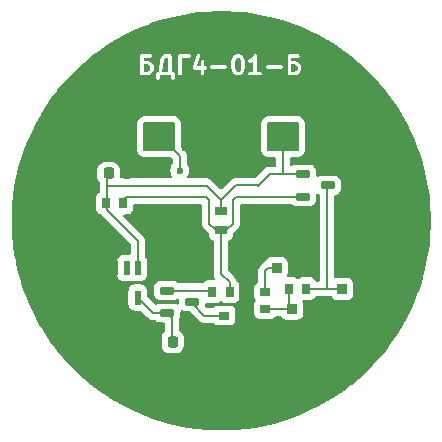
<source format=gbr>
%TF.GenerationSoftware,KiCad,Pcbnew,9.0.4*%
%TF.CreationDate,2025-09-10T15:34:59+03:00*%
%TF.ProjectId,sipm_board,7369706d-5f62-46f6-9172-642e6b696361,0.2.3*%
%TF.SameCoordinates,Original*%
%TF.FileFunction,Copper,L1,Top*%
%TF.FilePolarity,Positive*%
%FSLAX46Y46*%
G04 Gerber Fmt 4.6, Leading zero omitted, Abs format (unit mm)*
G04 Created by KiCad (PCBNEW 9.0.4) date 2025-09-10 15:34:59*
%MOMM*%
%LPD*%
G01*
G04 APERTURE LIST*
G04 Aperture macros list*
%AMRoundRect*
0 Rectangle with rounded corners*
0 $1 Rounding radius*
0 $2 $3 $4 $5 $6 $7 $8 $9 X,Y pos of 4 corners*
0 Add a 4 corners polygon primitive as box body*
4,1,4,$2,$3,$4,$5,$6,$7,$8,$9,$2,$3,0*
0 Add four circle primitives for the rounded corners*
1,1,$1+$1,$2,$3*
1,1,$1+$1,$4,$5*
1,1,$1+$1,$6,$7*
1,1,$1+$1,$8,$9*
0 Add four rect primitives between the rounded corners*
20,1,$1+$1,$2,$3,$4,$5,0*
20,1,$1+$1,$4,$5,$6,$7,0*
20,1,$1+$1,$6,$7,$8,$9,0*
20,1,$1+$1,$8,$9,$2,$3,0*%
G04 Aperture macros list end*
%TA.AperFunction,Conductor*%
%ADD10C,0.200000*%
%TD*%
%ADD11C,0.300000*%
%TA.AperFunction,SMDPad,CuDef*%
%ADD12RoundRect,0.225000X-0.225000X-0.250000X0.225000X-0.250000X0.225000X0.250000X-0.225000X0.250000X0*%
%TD*%
%TA.AperFunction,SMDPad,CuDef*%
%ADD13R,0.650000X0.900000*%
%TD*%
%TA.AperFunction,SMDPad,CuDef*%
%ADD14R,0.900000X0.650000*%
%TD*%
%TA.AperFunction,SMDPad,CuDef*%
%ADD15RoundRect,0.108750X0.326250X0.356250X-0.326250X0.356250X-0.326250X-0.356250X0.326250X-0.356250X0*%
%TD*%
%TA.AperFunction,SMDPad,CuDef*%
%ADD16RoundRect,0.075000X-0.540000X-0.225000X0.540000X-0.225000X0.540000X0.225000X-0.540000X0.225000X0*%
%TD*%
%TA.AperFunction,SMDPad,CuDef*%
%ADD17RoundRect,0.108750X0.356250X-0.326250X0.356250X0.326250X-0.356250X0.326250X-0.356250X-0.326250X0*%
%TD*%
%TA.AperFunction,SMDPad,CuDef*%
%ADD18RoundRect,0.108750X-0.356250X0.326250X-0.356250X-0.326250X0.356250X-0.326250X0.356250X0.326250X0*%
%TD*%
%TA.AperFunction,SMDPad,CuDef*%
%ADD19R,1.000000X0.800000*%
%TD*%
%TA.AperFunction,SMDPad,CuDef*%
%ADD20RoundRect,0.073750X-0.221250X0.531250X-0.221250X-0.531250X0.221250X-0.531250X0.221250X0.531250X0*%
%TD*%
%TA.AperFunction,ViaPad*%
%ADD21C,1.000000*%
%TD*%
%TA.AperFunction,ViaPad*%
%ADD22C,0.600000*%
%TD*%
G04 APERTURE END LIST*
%TO.N,GND1*%
D10*
X147250000Y-91500000D02*
X149750000Y-91500000D01*
X149750000Y-93750000D01*
X147250000Y-93750000D01*
X147250000Y-91500000D01*
%TA.AperFunction,Conductor*%
G36*
X147250000Y-91500000D02*
G01*
X149750000Y-91500000D01*
X149750000Y-93750000D01*
X147250000Y-93750000D01*
X147250000Y-91500000D01*
G37*
%TD.AperFunction*%
X151250000Y-91500000D02*
X153750000Y-91500000D01*
X153750000Y-93750000D01*
X151250000Y-93750000D01*
X151250000Y-91500000D01*
%TA.AperFunction,Conductor*%
G36*
X151250000Y-91500000D02*
G01*
X153750000Y-91500000D01*
X153750000Y-93750000D01*
X151250000Y-93750000D01*
X151250000Y-91500000D01*
G37*
%TD.AperFunction*%
%TO.N,ANODE_OUT*%
X144000000Y-91500000D02*
X146500000Y-91500000D01*
X146500000Y-93750000D01*
X144000000Y-93750000D01*
X144000000Y-91500000D01*
%TA.AperFunction,Conductor*%
G36*
X144000000Y-91500000D02*
G01*
X146500000Y-91500000D01*
X146500000Y-93750000D01*
X144000000Y-93750000D01*
X144000000Y-91500000D01*
G37*
%TD.AperFunction*%
%TO.N,PS_IN*%
X154500000Y-91500000D02*
X157000000Y-91500000D01*
X157000000Y-93750000D01*
X154500000Y-93750000D01*
X154500000Y-91500000D01*
%TA.AperFunction,Conductor*%
G36*
X154500000Y-91500000D02*
G01*
X157000000Y-91500000D01*
X157000000Y-93750000D01*
X154500000Y-93750000D01*
X154500000Y-91500000D01*
G37*
%TD.AperFunction*%
D11*
G36*
X146011653Y-87150828D02*
G01*
X145544621Y-87150828D01*
X145664701Y-86130140D01*
X145713503Y-86032538D01*
X145750507Y-85995534D01*
X145839920Y-85950828D01*
X146011653Y-85950828D01*
X146011653Y-87150828D01*
G37*
G36*
X144366341Y-86574790D02*
G01*
X144466947Y-86675396D01*
X144511653Y-86764809D01*
X144511653Y-86908275D01*
X144466946Y-86997688D01*
X144366341Y-87098294D01*
X144208739Y-87150828D01*
X143954510Y-87150828D01*
X143954510Y-86522257D01*
X144208739Y-86522257D01*
X144366341Y-86574790D01*
G37*
G36*
X152072800Y-85995535D02*
G01*
X152109804Y-86032539D01*
X152162982Y-86138897D01*
X152225939Y-86390721D01*
X152225939Y-86710935D01*
X152162982Y-86962759D01*
X152109803Y-87069117D01*
X152072798Y-87106122D01*
X151983386Y-87150828D01*
X151911349Y-87150828D01*
X151821935Y-87106121D01*
X151784931Y-87069117D01*
X151731750Y-86962757D01*
X151668796Y-86710936D01*
X151668796Y-86390720D01*
X151731750Y-86138898D01*
X151784931Y-86032538D01*
X151821935Y-85995535D01*
X151911349Y-85950828D01*
X151983386Y-85950828D01*
X152072800Y-85995535D01*
G37*
G36*
X156866340Y-86574790D02*
G01*
X156966946Y-86675396D01*
X157011652Y-86764809D01*
X157011652Y-86908275D01*
X156966945Y-86997688D01*
X156866340Y-87098294D01*
X156708738Y-87150828D01*
X156454509Y-87150828D01*
X156454509Y-86522257D01*
X156708738Y-86522257D01*
X156866340Y-86574790D01*
G37*
G36*
X157478319Y-87971756D02*
G01*
X143487843Y-87971756D01*
X143487843Y-85800828D01*
X143654510Y-85800828D01*
X143654510Y-87300828D01*
X143657392Y-87330092D01*
X143679790Y-87384164D01*
X143721174Y-87425548D01*
X143775246Y-87447946D01*
X143804510Y-87450828D01*
X144233082Y-87450828D01*
X144247887Y-87449369D01*
X144251842Y-87449651D01*
X144257043Y-87448468D01*
X144262346Y-87447946D01*
X144266003Y-87446430D01*
X144280516Y-87443131D01*
X144494802Y-87371703D01*
X144521653Y-87359715D01*
X144525724Y-87356183D01*
X144530704Y-87354121D01*
X144553434Y-87335466D01*
X144588072Y-87300828D01*
X145011653Y-87300828D01*
X145011653Y-87657971D01*
X145014535Y-87687235D01*
X145036933Y-87741307D01*
X145078317Y-87782691D01*
X145132389Y-87805089D01*
X145190917Y-87805089D01*
X145244989Y-87782691D01*
X145286373Y-87741307D01*
X145308771Y-87687235D01*
X145311653Y-87657971D01*
X145311653Y-87450828D01*
X146297368Y-87450828D01*
X146297368Y-87657971D01*
X146300250Y-87687235D01*
X146322648Y-87741307D01*
X146364032Y-87782691D01*
X146418104Y-87805089D01*
X146476632Y-87805089D01*
X146530704Y-87782691D01*
X146572088Y-87741307D01*
X146594486Y-87687235D01*
X146597368Y-87657971D01*
X146597368Y-87300828D01*
X146594486Y-87271564D01*
X146572088Y-87217492D01*
X146530704Y-87176108D01*
X146476632Y-87153710D01*
X146447368Y-87150828D01*
X146311653Y-87150828D01*
X146311653Y-85800828D01*
X146868796Y-85800828D01*
X146868796Y-87300828D01*
X146871678Y-87330092D01*
X146894076Y-87384164D01*
X146935460Y-87425548D01*
X146989532Y-87447946D01*
X147048060Y-87447946D01*
X147102132Y-87425548D01*
X147143516Y-87384164D01*
X147165914Y-87330092D01*
X147168796Y-87300828D01*
X147168796Y-86782067D01*
X148084260Y-86782067D01*
X148085964Y-86806044D01*
X148085964Y-86830092D01*
X148088026Y-86835072D01*
X148088409Y-86840448D01*
X148099161Y-86861952D01*
X148108362Y-86884164D01*
X148112172Y-86887974D01*
X148114583Y-86892795D01*
X148132744Y-86908546D01*
X148149746Y-86925548D01*
X148154725Y-86927610D01*
X148158797Y-86931142D01*
X148181603Y-86938744D01*
X148203818Y-86947946D01*
X148211469Y-86948699D01*
X148214321Y-86949650D01*
X148218270Y-86949369D01*
X148233082Y-86950828D01*
X148797368Y-86950828D01*
X148797368Y-87300828D01*
X148800250Y-87330092D01*
X148822648Y-87384164D01*
X148864032Y-87425548D01*
X148918104Y-87447946D01*
X148976632Y-87447946D01*
X149030704Y-87425548D01*
X149072088Y-87384164D01*
X149094486Y-87330092D01*
X149097368Y-87300828D01*
X149097368Y-86950828D01*
X149161653Y-86950828D01*
X149190917Y-86947946D01*
X149244989Y-86925548D01*
X149286373Y-86884164D01*
X149308771Y-86830092D01*
X149308771Y-86771564D01*
X149286373Y-86717492D01*
X149269017Y-86700136D01*
X149585963Y-86700136D01*
X149585963Y-86758664D01*
X149608361Y-86812736D01*
X149649745Y-86854120D01*
X149703817Y-86876518D01*
X149733081Y-86879400D01*
X150875939Y-86879400D01*
X150905203Y-86876518D01*
X150959275Y-86854120D01*
X151000659Y-86812736D01*
X151023057Y-86758664D01*
X151023057Y-86700136D01*
X151000659Y-86646064D01*
X150959275Y-86604680D01*
X150905203Y-86582282D01*
X150875939Y-86579400D01*
X149733081Y-86579400D01*
X149703817Y-86582282D01*
X149649745Y-86604680D01*
X149608361Y-86646064D01*
X149585963Y-86700136D01*
X149269017Y-86700136D01*
X149244989Y-86676108D01*
X149190917Y-86653710D01*
X149161653Y-86650828D01*
X149097368Y-86650828D01*
X149097368Y-86372257D01*
X151368796Y-86372257D01*
X151368796Y-86729400D01*
X151369298Y-86734503D01*
X151368973Y-86736691D01*
X151370592Y-86747641D01*
X151371678Y-86758664D01*
X151372525Y-86760708D01*
X151373275Y-86765780D01*
X151444703Y-87051494D01*
X151445474Y-87053652D01*
X151445551Y-87054733D01*
X151450209Y-87066907D01*
X151454596Y-87079185D01*
X151455240Y-87080055D01*
X151456060Y-87082196D01*
X151527489Y-87225053D01*
X151535416Y-87237646D01*
X151536932Y-87241306D01*
X151540313Y-87245425D01*
X151543154Y-87249939D01*
X151546147Y-87252535D01*
X151555587Y-87264037D01*
X151627016Y-87335466D01*
X151638520Y-87344907D01*
X151641115Y-87347899D01*
X151645624Y-87350737D01*
X151649747Y-87354121D01*
X151653408Y-87355637D01*
X151666000Y-87363564D01*
X151808858Y-87434992D01*
X151836321Y-87445502D01*
X151841696Y-87445883D01*
X151846675Y-87447946D01*
X151875939Y-87450828D01*
X152018796Y-87450828D01*
X152048060Y-87447946D01*
X152053038Y-87445883D01*
X152058414Y-87445502D01*
X152085878Y-87434992D01*
X152228735Y-87363564D01*
X152241328Y-87355636D01*
X152244988Y-87354121D01*
X152249107Y-87350739D01*
X152253621Y-87347899D01*
X152256217Y-87344905D01*
X152267719Y-87335466D01*
X152339148Y-87264037D01*
X152348589Y-87252532D01*
X152351581Y-87249938D01*
X152354419Y-87245428D01*
X152357803Y-87241306D01*
X152359319Y-87237644D01*
X152367246Y-87225053D01*
X152438674Y-87082195D01*
X152439491Y-87080058D01*
X152440138Y-87079186D01*
X152444527Y-87066899D01*
X152449184Y-87054732D01*
X152449260Y-87053650D01*
X152450031Y-87051495D01*
X152521460Y-86765781D01*
X152522210Y-86760708D01*
X152523057Y-86758664D01*
X152524142Y-86747644D01*
X152525762Y-86736692D01*
X152525436Y-86734503D01*
X152525939Y-86729400D01*
X152525939Y-86372257D01*
X152525436Y-86367153D01*
X152525762Y-86364965D01*
X152524142Y-86354012D01*
X152523057Y-86342993D01*
X152522210Y-86340948D01*
X152521460Y-86335876D01*
X152490151Y-86210639D01*
X152798545Y-86210639D01*
X152802694Y-86269019D01*
X152828868Y-86321368D01*
X152873083Y-86359715D01*
X152928606Y-86378222D01*
X152986986Y-86374073D01*
X153014449Y-86363564D01*
X153157306Y-86292135D01*
X153169899Y-86284207D01*
X153173559Y-86282692D01*
X153177678Y-86279310D01*
X153182192Y-86276470D01*
X153184788Y-86273476D01*
X153196290Y-86264037D01*
X153225938Y-86234389D01*
X153225938Y-87150828D01*
X152947367Y-87150828D01*
X152918103Y-87153710D01*
X152864031Y-87176108D01*
X152822647Y-87217492D01*
X152800249Y-87271564D01*
X152800249Y-87330092D01*
X152822647Y-87384164D01*
X152864031Y-87425548D01*
X152918103Y-87447946D01*
X152947367Y-87450828D01*
X153804510Y-87450828D01*
X153833774Y-87447946D01*
X153887846Y-87425548D01*
X153929230Y-87384164D01*
X153951628Y-87330092D01*
X153951628Y-87271564D01*
X153929230Y-87217492D01*
X153887846Y-87176108D01*
X153833774Y-87153710D01*
X153804510Y-87150828D01*
X153525938Y-87150828D01*
X153525938Y-86700136D01*
X154300248Y-86700136D01*
X154300248Y-86758664D01*
X154322646Y-86812736D01*
X154364030Y-86854120D01*
X154418102Y-86876518D01*
X154447366Y-86879400D01*
X155590224Y-86879400D01*
X155619488Y-86876518D01*
X155673560Y-86854120D01*
X155714944Y-86812736D01*
X155737342Y-86758664D01*
X155737342Y-86700136D01*
X155714944Y-86646064D01*
X155673560Y-86604680D01*
X155619488Y-86582282D01*
X155590224Y-86579400D01*
X154447366Y-86579400D01*
X154418102Y-86582282D01*
X154364030Y-86604680D01*
X154322646Y-86646064D01*
X154300248Y-86700136D01*
X153525938Y-86700136D01*
X153525938Y-85800828D01*
X156154509Y-85800828D01*
X156154509Y-87300828D01*
X156157391Y-87330092D01*
X156179789Y-87384164D01*
X156221173Y-87425548D01*
X156275245Y-87447946D01*
X156304509Y-87450828D01*
X156733081Y-87450828D01*
X156747886Y-87449369D01*
X156751841Y-87449651D01*
X156757042Y-87448468D01*
X156762345Y-87447946D01*
X156766002Y-87446430D01*
X156780515Y-87443131D01*
X156994801Y-87371703D01*
X157021652Y-87359715D01*
X157025723Y-87356183D01*
X157030703Y-87354121D01*
X157053433Y-87335466D01*
X157196290Y-87192608D01*
X157205731Y-87181103D01*
X157208723Y-87178509D01*
X157211561Y-87173999D01*
X157214945Y-87169877D01*
X157216461Y-87166216D01*
X157224388Y-87153624D01*
X157295816Y-87010766D01*
X157306326Y-86983303D01*
X157306707Y-86977927D01*
X157308770Y-86972949D01*
X157311652Y-86943685D01*
X157311652Y-86729400D01*
X157308770Y-86700136D01*
X157306707Y-86695157D01*
X157306326Y-86689782D01*
X157295817Y-86662319D01*
X157224388Y-86519461D01*
X157216462Y-86506868D01*
X157214945Y-86503206D01*
X157211562Y-86499084D01*
X157208724Y-86494575D01*
X157205730Y-86491979D01*
X157196290Y-86480476D01*
X157053433Y-86337619D01*
X157030702Y-86318964D01*
X157025724Y-86316902D01*
X157021652Y-86313370D01*
X156994801Y-86301382D01*
X156780515Y-86229954D01*
X156766002Y-86226654D01*
X156762345Y-86225139D01*
X156757042Y-86224616D01*
X156751841Y-86223434D01*
X156747886Y-86223715D01*
X156733081Y-86222257D01*
X156454509Y-86222257D01*
X156454509Y-85950828D01*
X157018795Y-85950828D01*
X157048059Y-85947946D01*
X157102131Y-85925548D01*
X157143515Y-85884164D01*
X157165913Y-85830092D01*
X157165913Y-85771564D01*
X157143515Y-85717492D01*
X157102131Y-85676108D01*
X157048059Y-85653710D01*
X157018795Y-85650828D01*
X156304509Y-85650828D01*
X156275245Y-85653710D01*
X156221173Y-85676108D01*
X156179789Y-85717492D01*
X156157391Y-85771564D01*
X156154509Y-85800828D01*
X153525938Y-85800828D01*
X153525927Y-85800722D01*
X153525938Y-85800670D01*
X153525907Y-85800516D01*
X153523056Y-85771564D01*
X153517372Y-85757843D01*
X153514460Y-85743281D01*
X153506281Y-85731068D01*
X153500658Y-85717492D01*
X153490159Y-85706993D01*
X153481894Y-85694651D01*
X153469663Y-85686497D01*
X153459274Y-85676108D01*
X153445555Y-85670425D01*
X153433195Y-85662185D01*
X153418776Y-85659332D01*
X153405202Y-85653710D01*
X153390351Y-85653710D01*
X153375781Y-85650828D01*
X153361371Y-85653710D01*
X153346674Y-85653710D01*
X153332952Y-85659393D01*
X153318391Y-85662306D01*
X153306178Y-85670484D01*
X153292602Y-85676108D01*
X153282103Y-85686606D01*
X153269761Y-85694872D01*
X153251329Y-85717380D01*
X153251218Y-85717492D01*
X153251197Y-85717542D01*
X153251131Y-85717623D01*
X153116511Y-85919551D01*
X153001370Y-86034692D01*
X152880285Y-86095236D01*
X152855399Y-86110901D01*
X152817052Y-86155116D01*
X152798545Y-86210639D01*
X152490151Y-86210639D01*
X152450031Y-86050162D01*
X152449260Y-86048006D01*
X152449184Y-86046924D01*
X152444524Y-86034749D01*
X152440138Y-86022470D01*
X152439491Y-86021597D01*
X152438674Y-86019461D01*
X152367246Y-85876603D01*
X152359317Y-85864008D01*
X152357802Y-85860349D01*
X152354420Y-85856228D01*
X152351581Y-85851718D01*
X152348589Y-85849123D01*
X152339147Y-85837618D01*
X152267718Y-85766190D01*
X152256218Y-85756752D01*
X152253621Y-85753758D01*
X152249104Y-85750915D01*
X152244987Y-85747536D01*
X152241330Y-85746021D01*
X152228735Y-85738093D01*
X152085878Y-85666664D01*
X152058415Y-85656155D01*
X152053040Y-85655773D01*
X152048060Y-85653710D01*
X152018796Y-85650828D01*
X151875939Y-85650828D01*
X151846675Y-85653710D01*
X151841694Y-85655773D01*
X151836320Y-85656155D01*
X151808856Y-85666664D01*
X151666000Y-85738093D01*
X151653406Y-85746020D01*
X151649747Y-85747536D01*
X151645626Y-85750917D01*
X151641114Y-85753758D01*
X151638517Y-85756751D01*
X151627017Y-85766190D01*
X151555588Y-85837618D01*
X151546148Y-85849120D01*
X151543154Y-85851717D01*
X151540312Y-85856231D01*
X151536933Y-85860349D01*
X151535417Y-85864007D01*
X151527489Y-85876603D01*
X151456060Y-86019460D01*
X151455240Y-86021600D01*
X151454596Y-86022471D01*
X151450209Y-86034748D01*
X151445551Y-86046923D01*
X151445474Y-86048003D01*
X151444703Y-86050162D01*
X151373275Y-86335877D01*
X151372525Y-86340948D01*
X151371678Y-86342993D01*
X151370592Y-86354015D01*
X151368973Y-86364966D01*
X151369298Y-86367153D01*
X151368796Y-86372257D01*
X149097368Y-86372257D01*
X149097368Y-86300828D01*
X149094486Y-86271564D01*
X149072088Y-86217492D01*
X149030704Y-86176108D01*
X148976632Y-86153710D01*
X148918104Y-86153710D01*
X148864032Y-86176108D01*
X148822648Y-86217492D01*
X148800250Y-86271564D01*
X148797368Y-86300828D01*
X148797368Y-86650828D01*
X148441195Y-86650828D01*
X148732527Y-85776835D01*
X148739047Y-85748161D01*
X148734898Y-85689781D01*
X148708724Y-85637434D01*
X148664510Y-85599086D01*
X148608985Y-85580578D01*
X148550605Y-85584727D01*
X148498258Y-85610901D01*
X148459911Y-85655115D01*
X148447922Y-85681966D01*
X148090780Y-86753394D01*
X148087481Y-86767901D01*
X148085964Y-86771564D01*
X148085964Y-86774573D01*
X148084260Y-86782067D01*
X147168796Y-86782067D01*
X147168796Y-85950828D01*
X147804511Y-85950828D01*
X147833775Y-85947946D01*
X147887847Y-85925548D01*
X147929231Y-85884164D01*
X147951629Y-85830092D01*
X147951629Y-85771564D01*
X147929231Y-85717492D01*
X147887847Y-85676108D01*
X147833775Y-85653710D01*
X147804511Y-85650828D01*
X147018796Y-85650828D01*
X146989532Y-85653710D01*
X146935460Y-85676108D01*
X146894076Y-85717492D01*
X146871678Y-85771564D01*
X146868796Y-85800828D01*
X146311653Y-85800828D01*
X146308771Y-85771564D01*
X146286373Y-85717492D01*
X146244989Y-85676108D01*
X146190917Y-85653710D01*
X146161653Y-85650828D01*
X145804510Y-85650828D01*
X145775246Y-85653710D01*
X145770265Y-85655773D01*
X145764891Y-85656155D01*
X145737427Y-85666664D01*
X145594571Y-85738093D01*
X145581979Y-85746019D01*
X145578317Y-85747536D01*
X145574194Y-85750919D01*
X145569685Y-85753758D01*
X145567089Y-85756750D01*
X145555587Y-85766191D01*
X145484159Y-85837619D01*
X145474719Y-85849120D01*
X145471726Y-85851717D01*
X145468885Y-85856230D01*
X145465504Y-85860350D01*
X145463988Y-85864009D01*
X145456061Y-85876603D01*
X145384632Y-86019460D01*
X145377868Y-86037134D01*
X145376105Y-86040289D01*
X145375362Y-86043683D01*
X145374123Y-86046923D01*
X145373867Y-86050522D01*
X145369823Y-86069016D01*
X145242551Y-87150828D01*
X145161653Y-87150828D01*
X145132389Y-87153710D01*
X145078317Y-87176108D01*
X145036933Y-87217492D01*
X145014535Y-87271564D01*
X145011653Y-87300828D01*
X144588072Y-87300828D01*
X144696291Y-87192608D01*
X144705732Y-87181103D01*
X144708724Y-87178509D01*
X144711562Y-87173999D01*
X144714946Y-87169877D01*
X144716462Y-87166216D01*
X144724389Y-87153624D01*
X144795817Y-87010766D01*
X144806327Y-86983303D01*
X144806708Y-86977927D01*
X144808771Y-86972949D01*
X144811653Y-86943685D01*
X144811653Y-86729400D01*
X144808771Y-86700136D01*
X144806708Y-86695157D01*
X144806327Y-86689782D01*
X144795818Y-86662319D01*
X144724389Y-86519461D01*
X144716463Y-86506868D01*
X144714946Y-86503206D01*
X144711563Y-86499084D01*
X144708725Y-86494575D01*
X144705731Y-86491979D01*
X144696291Y-86480476D01*
X144553434Y-86337619D01*
X144530703Y-86318964D01*
X144525725Y-86316902D01*
X144521653Y-86313370D01*
X144494802Y-86301382D01*
X144280516Y-86229954D01*
X144266003Y-86226654D01*
X144262346Y-86225139D01*
X144257043Y-86224616D01*
X144251842Y-86223434D01*
X144247887Y-86223715D01*
X144233082Y-86222257D01*
X143954510Y-86222257D01*
X143954510Y-85950828D01*
X144518796Y-85950828D01*
X144548060Y-85947946D01*
X144602132Y-85925548D01*
X144643516Y-85884164D01*
X144665914Y-85830092D01*
X144665914Y-85771564D01*
X144643516Y-85717492D01*
X144602132Y-85676108D01*
X144548060Y-85653710D01*
X144518796Y-85650828D01*
X143804510Y-85650828D01*
X143775246Y-85653710D01*
X143721174Y-85676108D01*
X143679790Y-85717492D01*
X143657392Y-85771564D01*
X143654510Y-85800828D01*
X143487843Y-85800828D01*
X143487843Y-85413911D01*
X157478319Y-85413911D01*
X157478319Y-87971756D01*
G37*
%TD*%
D12*
%TO.P,C1,1*%
%TO.N,PS_IN*%
X140975000Y-95750000D03*
%TO.P,C1,2*%
%TO.N,GND1*%
X142525000Y-95750000D03*
%TD*%
D13*
%TO.P,R4,1*%
%TO.N,Net-(Q2-E)*%
X157725000Y-105500000D03*
%TO.P,R4,2*%
%TO.N,Net-(C4-Pad2)*%
X156275000Y-105500000D03*
%TD*%
D14*
%TO.P,R5,1*%
%TO.N,Net-(C4-Pad2)*%
X154250000Y-107225000D03*
%TO.P,R5,2*%
%TO.N,/+29.6V*%
X154250000Y-105775000D03*
%TD*%
%TO.P,R3,1*%
%TO.N,GND1*%
X150750000Y-109225000D03*
%TO.P,R3,2*%
%TO.N,Net-(Q1-E)*%
X150750000Y-107775000D03*
%TD*%
D13*
%TO.P,R2,1*%
%TO.N,Net-(Q1-C)*%
X149775000Y-105750000D03*
%TO.P,R2,2*%
%TO.N,Net-(Q2-B)*%
X151225000Y-105750000D03*
%TD*%
D15*
%TO.P,C5,1*%
%TO.N,GND1*%
X156780000Y-103750000D03*
%TO.P,C5,2*%
%TO.N,/+29.6V*%
X155220000Y-103750000D03*
%TD*%
D16*
%TO.P,Q1,1,C*%
%TO.N,Net-(Q1-C)*%
X145940000Y-105662500D03*
%TO.P,Q1,2,B*%
%TO.N,Net-(Q1-B)*%
X145940000Y-107562500D03*
%TO.P,Q1,3,E*%
%TO.N,Net-(Q1-E)*%
X148060000Y-106612500D03*
%TD*%
D12*
%TO.P,C2,1*%
%TO.N,Net-(Q1-B)*%
X146425000Y-110000000D03*
%TO.P,C2,2*%
%TO.N,GND1*%
X147975000Y-110000000D03*
%TD*%
D17*
%TO.P,C4,1*%
%TO.N,GND1*%
X156500000Y-108780000D03*
%TO.P,C4,2*%
%TO.N,Net-(C4-Pad2)*%
X156500000Y-107220000D03*
%TD*%
D18*
%TO.P,C3,1*%
%TO.N,GND1*%
X160750000Y-103970000D03*
%TO.P,C3,2*%
%TO.N,Net-(Q2-E)*%
X160750000Y-105530000D03*
%TD*%
D16*
%TO.P,Q2,1,C*%
%TO.N,PS_IN*%
X157440000Y-95800000D03*
%TO.P,Q2,2,B*%
%TO.N,Net-(Q2-B)*%
X157440000Y-97700000D03*
%TO.P,Q2,3,E*%
%TO.N,Net-(Q2-E)*%
X159560000Y-96750000D03*
%TD*%
D19*
%TO.P,TH1,1,1*%
%TO.N,Net-(Q2-B)*%
X150500000Y-100550000D03*
%TO.P,TH1,2,2*%
%TO.N,PS_IN*%
X150500000Y-98950000D03*
%TD*%
D20*
%TO.P,U1,1,IN*%
%TO.N,PS_IN*%
X143450000Y-103745000D03*
%TO.P,U1,2,NC*%
%TO.N,unconnected-(U1-NC-Pad2)*%
X142500000Y-103745000D03*
%TO.P,U1,3,GND*%
%TO.N,GND1*%
X141550000Y-103745000D03*
%TO.P,U1,4,GND*%
X141550000Y-106255000D03*
%TO.P,U1,5,OUT*%
%TO.N,Net-(Q1-B)*%
X143450000Y-106255000D03*
%TD*%
D13*
%TO.P,R1,1*%
%TO.N,PS_IN*%
X140775000Y-98250000D03*
%TO.P,R1,2*%
%TO.N,Net-(Q2-B)*%
X142225000Y-98250000D03*
%TD*%
D21*
%TO.N,GND1*%
X152500000Y-92625000D03*
X135400000Y-102250000D03*
X148500000Y-92500000D03*
X135350000Y-97250000D03*
X165750000Y-102250000D03*
X165700000Y-97250000D03*
D22*
%TO.N,ANODE_OUT*%
X147000000Y-95500000D03*
D21*
X145250000Y-92625000D03*
%TO.N,PS_IN*%
X155750000Y-92625000D03*
D22*
%TO.N,/+29.6V*%
X155220000Y-103750000D03*
%TD*%
D10*
%TO.N,ANODE_OUT*%
X147000000Y-94525000D02*
X147000000Y-95500000D01*
X145375000Y-92625000D02*
X145250000Y-92625000D01*
X147000000Y-95500000D02*
X147000000Y-94250000D01*
X147000000Y-94250000D02*
X145375000Y-92625000D01*
%TO.N,PS_IN*%
X153602500Y-96775000D02*
X154525000Y-95852500D01*
X155750000Y-95800000D02*
X155750000Y-92625000D01*
X143450000Y-103745000D02*
X143450000Y-101450000D01*
X155750000Y-93300000D02*
X155775000Y-93275000D01*
X151750000Y-96750000D02*
X153577500Y-96750000D01*
X154577500Y-95800000D02*
X155750000Y-95800000D01*
X140850000Y-98850000D02*
X140850000Y-95750000D01*
X154525000Y-95852500D02*
X154577500Y-95800000D01*
X155750000Y-95800000D02*
X157440000Y-95800000D01*
X149275000Y-96775000D02*
X150500000Y-98000000D01*
X153577500Y-96750000D02*
X153602500Y-96775000D01*
X150500000Y-98000000D02*
X151750000Y-96750000D01*
X140850000Y-96775000D02*
X149275000Y-96775000D01*
X150500000Y-98000000D02*
X150500000Y-99025000D01*
X143450000Y-101450000D02*
X140850000Y-98850000D01*
X154525000Y-93275000D02*
X154500000Y-93250000D01*
%TO.N,Net-(Q1-B)*%
X146350000Y-107972500D02*
X146077500Y-107700000D01*
X144757500Y-107562500D02*
X143450000Y-106255000D01*
X145940000Y-107562500D02*
X144757500Y-107562500D01*
X146350000Y-110000000D02*
X146350000Y-107972500D01*
%TO.N,Net-(Q2-E)*%
X159500000Y-105500000D02*
X159500000Y-96810000D01*
X159500000Y-96810000D02*
X159560000Y-96750000D01*
X160720000Y-105500000D02*
X160750000Y-105530000D01*
X157725000Y-105500000D02*
X159500000Y-105500000D01*
X159500000Y-105500000D02*
X160720000Y-105500000D01*
%TO.N,Net-(Q2-B)*%
X142475000Y-97750000D02*
X149250000Y-97750000D01*
X151225000Y-104975000D02*
X151225000Y-105750000D01*
X149250000Y-97750000D02*
X149500000Y-98000000D01*
X150500000Y-104250000D02*
X151225000Y-104975000D01*
X142225000Y-98000000D02*
X142475000Y-97750000D01*
X151500000Y-100000000D02*
X151025000Y-100475000D01*
X157440000Y-97700000D02*
X157390000Y-97750000D01*
X151500000Y-98000000D02*
X151500000Y-100000000D01*
X149500000Y-98000000D02*
X149500000Y-100000000D01*
X151025000Y-100475000D02*
X150500000Y-100475000D01*
X157390000Y-97750000D02*
X151750000Y-97750000D01*
X151750000Y-97750000D02*
X151500000Y-98000000D01*
X150500000Y-100475000D02*
X150500000Y-104250000D01*
X149975000Y-100475000D02*
X150500000Y-100475000D01*
X149500000Y-100000000D02*
X149975000Y-100475000D01*
X150475000Y-100500000D02*
X150500000Y-100475000D01*
%TO.N,Net-(C4-Pad2)*%
X154250000Y-107225000D02*
X156495000Y-107225000D01*
X156275000Y-106995000D02*
X156500000Y-107220000D01*
X156275000Y-105500000D02*
X156275000Y-106995000D01*
X156495000Y-107225000D02*
X156500000Y-107220000D01*
%TO.N,Net-(Q1-E)*%
X149085000Y-107775000D02*
X148060000Y-106750000D01*
X150750000Y-107775000D02*
X149085000Y-107775000D01*
%TO.N,Net-(Q1-C)*%
X145940000Y-105662500D02*
X149687500Y-105662500D01*
X149687500Y-105662500D02*
X149775000Y-105750000D01*
%TO.N,/+29.6V*%
X154250000Y-104000000D02*
X154250000Y-105775000D01*
X155220000Y-103750000D02*
X154500000Y-103750000D01*
X154500000Y-103750000D02*
X154250000Y-104000000D01*
%TD*%
%TA.AperFunction,Conductor*%
%TO.N,GND1*%
G36*
X150937831Y-82002237D02*
G01*
X151751201Y-82039842D01*
X151756912Y-82040238D01*
X152567666Y-82115365D01*
X152573327Y-82116022D01*
X153379757Y-82228514D01*
X153385402Y-82229435D01*
X154185784Y-82379053D01*
X154191388Y-82380235D01*
X154984004Y-82566656D01*
X154989488Y-82568081D01*
X155695682Y-82769011D01*
X155772645Y-82790909D01*
X155778118Y-82792603D01*
X156550158Y-83051364D01*
X156555495Y-83053291D01*
X157161393Y-83288017D01*
X157314786Y-83347442D01*
X157320078Y-83349635D01*
X158064923Y-83678516D01*
X158070057Y-83680925D01*
X158630107Y-83959797D01*
X158798955Y-84043874D01*
X158804022Y-84046545D01*
X159515347Y-84442751D01*
X159520262Y-84445639D01*
X160212568Y-84874296D01*
X160217325Y-84877396D01*
X160889092Y-85337566D01*
X160893722Y-85340898D01*
X161200646Y-85572676D01*
X161543498Y-85831586D01*
X161547988Y-85835143D01*
X162174390Y-86355301D01*
X162178711Y-86359061D01*
X162780431Y-86907601D01*
X162784574Y-86911557D01*
X163360312Y-87487295D01*
X163364268Y-87491438D01*
X163912808Y-88093158D01*
X163916568Y-88097479D01*
X164436726Y-88723881D01*
X164440283Y-88728371D01*
X164930964Y-89378137D01*
X164934310Y-89382787D01*
X165394459Y-90054523D01*
X165397586Y-90059322D01*
X165826223Y-90751595D01*
X165829125Y-90756534D01*
X166225324Y-91467847D01*
X166227995Y-91472914D01*
X166590931Y-92201786D01*
X166593365Y-92206972D01*
X166922234Y-92951791D01*
X166924427Y-92957083D01*
X167218569Y-93716349D01*
X167220514Y-93721737D01*
X167479266Y-94493752D01*
X167480960Y-94499224D01*
X167703780Y-95282351D01*
X167705220Y-95287895D01*
X167891633Y-96080480D01*
X167892816Y-96086085D01*
X168042433Y-96886463D01*
X168043355Y-96892117D01*
X168155845Y-97698528D01*
X168156505Y-97704218D01*
X168231630Y-98514956D01*
X168232027Y-98520670D01*
X168269633Y-99334038D01*
X168269765Y-99339765D01*
X168269765Y-100153974D01*
X168269633Y-100159701D01*
X168232027Y-100973069D01*
X168231630Y-100978783D01*
X168156505Y-101789521D01*
X168155845Y-101795211D01*
X168043355Y-102601622D01*
X168042433Y-102607276D01*
X167892816Y-103407654D01*
X167891633Y-103413259D01*
X167705220Y-104205844D01*
X167703780Y-104211388D01*
X167480960Y-104994515D01*
X167479266Y-104999987D01*
X167220514Y-105772002D01*
X167218569Y-105777390D01*
X166924427Y-106536656D01*
X166922234Y-106541948D01*
X166593365Y-107286767D01*
X166590931Y-107291953D01*
X166227995Y-108020825D01*
X166225324Y-108025892D01*
X165829125Y-108737205D01*
X165826223Y-108742144D01*
X165397586Y-109434417D01*
X165394459Y-109439216D01*
X164934310Y-110110952D01*
X164930964Y-110115602D01*
X164440283Y-110765368D01*
X164436726Y-110769858D01*
X163916568Y-111396260D01*
X163912808Y-111400581D01*
X163364268Y-112002301D01*
X163360312Y-112006444D01*
X162784574Y-112582182D01*
X162780431Y-112586138D01*
X162178711Y-113134678D01*
X162174390Y-113138438D01*
X161547988Y-113658596D01*
X161543498Y-113662153D01*
X160893732Y-114152834D01*
X160889082Y-114156180D01*
X160217346Y-114616329D01*
X160212547Y-114619456D01*
X159520274Y-115048093D01*
X159515335Y-115050995D01*
X158804022Y-115447194D01*
X158798955Y-115449865D01*
X158070083Y-115812801D01*
X158064897Y-115815235D01*
X157320078Y-116144104D01*
X157314786Y-116146297D01*
X156555520Y-116440439D01*
X156550132Y-116442384D01*
X155778117Y-116701136D01*
X155772645Y-116702830D01*
X154989518Y-116925650D01*
X154983974Y-116927090D01*
X154191389Y-117113503D01*
X154185784Y-117114686D01*
X153385406Y-117264303D01*
X153379752Y-117265225D01*
X152573341Y-117377715D01*
X152567651Y-117378375D01*
X151756913Y-117453500D01*
X151751199Y-117453897D01*
X150937831Y-117491503D01*
X150932104Y-117491635D01*
X150117896Y-117491635D01*
X150112169Y-117491503D01*
X149298800Y-117453897D01*
X149293086Y-117453500D01*
X148482348Y-117378375D01*
X148476658Y-117377715D01*
X147670247Y-117265225D01*
X147664593Y-117264303D01*
X146864215Y-117114686D01*
X146858610Y-117113503D01*
X146066025Y-116927090D01*
X146060481Y-116925650D01*
X145277354Y-116702830D01*
X145271882Y-116701136D01*
X144499867Y-116442384D01*
X144494479Y-116440439D01*
X143735213Y-116146297D01*
X143729921Y-116144104D01*
X142985102Y-115815235D01*
X142979916Y-115812801D01*
X142251044Y-115449865D01*
X142245977Y-115447194D01*
X141534664Y-115050995D01*
X141529725Y-115048093D01*
X141475063Y-115014248D01*
X140837442Y-114619449D01*
X140832664Y-114616336D01*
X140160915Y-114156178D01*
X140156267Y-114152834D01*
X139506501Y-113662153D01*
X139502011Y-113658596D01*
X138875609Y-113138438D01*
X138871288Y-113134678D01*
X138269568Y-112586138D01*
X138265425Y-112582182D01*
X137689687Y-112006444D01*
X137685731Y-112002301D01*
X137137191Y-111400581D01*
X137133431Y-111396260D01*
X136784035Y-110975499D01*
X136613269Y-110769853D01*
X136609716Y-110765368D01*
X136453643Y-110558694D01*
X136119028Y-110115592D01*
X136115689Y-110110952D01*
X136030137Y-109986061D01*
X135655526Y-109439195D01*
X135652426Y-109434438D01*
X135223769Y-108742132D01*
X135220874Y-108737205D01*
X135113146Y-108543797D01*
X134925822Y-108207486D01*
X134824675Y-108025892D01*
X134822004Y-108020825D01*
X134728636Y-107833318D01*
X134459055Y-107291927D01*
X134456646Y-107286793D01*
X134162102Y-106619714D01*
X134127765Y-106541948D01*
X134125572Y-106536656D01*
X134040524Y-106317122D01*
X133831421Y-105777365D01*
X133829494Y-105772028D01*
X133570733Y-104999987D01*
X133569039Y-104994515D01*
X133529954Y-104857146D01*
X133346211Y-104211358D01*
X133344786Y-104205874D01*
X133158365Y-103413258D01*
X133157183Y-103407654D01*
X133113850Y-103175846D01*
X133007565Y-102607272D01*
X133006644Y-102601622D01*
X133003982Y-102582539D01*
X132894152Y-101795197D01*
X132893494Y-101789521D01*
X132887398Y-101723739D01*
X132818368Y-100978782D01*
X132817972Y-100973069D01*
X132780367Y-100159701D01*
X132780235Y-100153974D01*
X132780235Y-99339765D01*
X132780367Y-99334038D01*
X132785891Y-99214555D01*
X132817972Y-98520665D01*
X132818369Y-98514956D01*
X132835003Y-98335451D01*
X132889054Y-97752135D01*
X139949500Y-97752135D01*
X139949500Y-98747870D01*
X139949501Y-98747876D01*
X139955908Y-98807483D01*
X140006202Y-98942328D01*
X140006206Y-98942335D01*
X140092452Y-99057544D01*
X140092455Y-99057547D01*
X140207664Y-99143793D01*
X140207673Y-99143798D01*
X140320971Y-99186055D01*
X140330025Y-99191873D01*
X140337065Y-99193405D01*
X140365310Y-99214548D01*
X140365320Y-99214555D01*
X140369478Y-99218713D01*
X140369480Y-99218716D01*
X140481284Y-99330520D01*
X140481286Y-99330521D01*
X140488356Y-99337591D01*
X142813181Y-101662416D01*
X142846666Y-101723739D01*
X142849500Y-101750097D01*
X142849500Y-102515500D01*
X142829815Y-102582539D01*
X142777011Y-102628294D01*
X142725500Y-102639500D01*
X142241111Y-102639500D01*
X142128848Y-102654279D01*
X142128837Y-102654282D01*
X141989149Y-102712142D01*
X141869190Y-102804190D01*
X141777142Y-102924149D01*
X141719282Y-103063837D01*
X141719281Y-103063841D01*
X141704500Y-103176105D01*
X141704500Y-104313888D01*
X141719279Y-104426151D01*
X141719282Y-104426162D01*
X141777142Y-104565850D01*
X141777143Y-104565852D01*
X141777144Y-104565853D01*
X141869190Y-104685810D01*
X141989147Y-104777856D01*
X142128841Y-104835719D01*
X142241113Y-104850500D01*
X142758886Y-104850499D01*
X142871159Y-104835719D01*
X142927547Y-104812361D01*
X142997013Y-104804892D01*
X143022453Y-104812362D01*
X143078836Y-104835717D01*
X143078839Y-104835718D01*
X143078841Y-104835719D01*
X143191113Y-104850500D01*
X143708886Y-104850499D01*
X143708888Y-104850499D01*
X143821151Y-104835720D01*
X143821150Y-104835720D01*
X143821159Y-104835719D01*
X143960853Y-104777856D01*
X144080810Y-104685810D01*
X144172856Y-104565853D01*
X144230719Y-104426159D01*
X144245500Y-104313887D01*
X144245499Y-103176114D01*
X144242043Y-103149865D01*
X144230720Y-103063848D01*
X144230719Y-103063847D01*
X144230719Y-103063841D01*
X144172856Y-102924147D01*
X144160864Y-102908519D01*
X144076124Y-102798083D01*
X144050930Y-102732914D01*
X144050500Y-102722597D01*
X144050500Y-101370945D01*
X144050500Y-101370943D01*
X144009577Y-101218216D01*
X144009577Y-101218215D01*
X144009577Y-101218214D01*
X143980639Y-101168095D01*
X143980637Y-101168092D01*
X143930520Y-101081284D01*
X143818716Y-100969480D01*
X143818715Y-100969479D01*
X143814385Y-100965149D01*
X143814374Y-100965139D01*
X142261415Y-99412180D01*
X142227930Y-99350857D01*
X142232914Y-99281165D01*
X142274786Y-99225232D01*
X142340250Y-99200815D01*
X142349096Y-99200499D01*
X142597871Y-99200499D01*
X142597872Y-99200499D01*
X142657483Y-99194091D01*
X142792331Y-99143796D01*
X142907546Y-99057546D01*
X142993796Y-98942331D01*
X143044091Y-98807483D01*
X143050500Y-98747873D01*
X143050500Y-98474500D01*
X143070185Y-98407461D01*
X143122989Y-98361706D01*
X143174500Y-98350500D01*
X148775500Y-98350500D01*
X148842539Y-98370185D01*
X148888294Y-98422989D01*
X148899500Y-98474500D01*
X148899500Y-99913330D01*
X148899499Y-99913348D01*
X148899499Y-100079054D01*
X148899498Y-100079054D01*
X148899499Y-100079057D01*
X148940423Y-100231785D01*
X148940424Y-100231787D01*
X148940423Y-100231787D01*
X148947023Y-100243217D01*
X148947024Y-100243218D01*
X149019477Y-100368712D01*
X149019481Y-100368717D01*
X149138349Y-100487585D01*
X149138355Y-100487590D01*
X149463181Y-100812416D01*
X149496666Y-100873739D01*
X149499500Y-100900096D01*
X149499500Y-100997869D01*
X149499501Y-100997876D01*
X149505908Y-101057483D01*
X149556202Y-101192328D01*
X149556206Y-101192335D01*
X149642452Y-101307544D01*
X149642455Y-101307547D01*
X149757664Y-101393793D01*
X149757669Y-101393796D01*
X149818833Y-101416608D01*
X149874766Y-101458478D01*
X149899184Y-101523942D01*
X149899500Y-101532790D01*
X149899500Y-104163330D01*
X149899499Y-104163348D01*
X149899499Y-104329054D01*
X149899498Y-104329054D01*
X149905146Y-104350131D01*
X149940423Y-104481785D01*
X149947753Y-104494480D01*
X149988958Y-104565850D01*
X150008239Y-104599246D01*
X150016469Y-104613501D01*
X150032941Y-104681401D01*
X150010088Y-104747428D01*
X149955166Y-104790618D01*
X149909081Y-104799500D01*
X149402129Y-104799500D01*
X149402123Y-104799501D01*
X149342516Y-104805908D01*
X149207671Y-104856202D01*
X149207664Y-104856206D01*
X149092456Y-104942451D01*
X149092454Y-104942454D01*
X149040157Y-105012312D01*
X148984226Y-105054182D01*
X148940893Y-105062000D01*
X146976764Y-105062000D01*
X146909725Y-105042315D01*
X146896906Y-105031985D01*
X146896898Y-105031997D01*
X146890452Y-105027051D01*
X146890451Y-105027049D01*
X146770233Y-104934802D01*
X146770229Y-104934800D01*
X146652072Y-104885858D01*
X146630236Y-104876813D01*
X146616171Y-104874961D01*
X146517727Y-104862000D01*
X146517720Y-104862000D01*
X145362280Y-104862000D01*
X145362272Y-104862000D01*
X145249764Y-104876813D01*
X145249763Y-104876813D01*
X145109770Y-104934800D01*
X145109767Y-104934801D01*
X145109767Y-104934802D01*
X144989549Y-105027049D01*
X144901183Y-105142210D01*
X144897300Y-105147270D01*
X144839313Y-105287263D01*
X144839313Y-105287264D01*
X144824500Y-105399772D01*
X144824500Y-105925227D01*
X144839313Y-106037735D01*
X144839313Y-106037736D01*
X144884934Y-106147876D01*
X144897302Y-106177733D01*
X144989549Y-106297951D01*
X145109767Y-106390198D01*
X145249764Y-106448187D01*
X145356586Y-106462250D01*
X145360616Y-106462781D01*
X145362280Y-106463000D01*
X145362287Y-106463000D01*
X146517713Y-106463000D01*
X146517720Y-106463000D01*
X146630236Y-106448187D01*
X146770233Y-106390198D01*
X146770234Y-106390197D01*
X146773047Y-106389032D01*
X146805676Y-106385523D01*
X146838147Y-106380855D01*
X146840234Y-106381808D01*
X146842516Y-106381563D01*
X146871854Y-106396248D01*
X146901703Y-106409880D01*
X146902943Y-106411810D01*
X146904996Y-106412838D01*
X146921736Y-106441053D01*
X146939477Y-106468658D01*
X146939912Y-106471687D01*
X146940648Y-106472927D01*
X146944500Y-106503593D01*
X146944500Y-106721406D01*
X146924815Y-106788445D01*
X146872011Y-106834200D01*
X146802853Y-106844144D01*
X146773048Y-106835967D01*
X146630239Y-106776814D01*
X146630237Y-106776813D01*
X146630236Y-106776813D01*
X146616171Y-106774961D01*
X146517727Y-106762000D01*
X146517720Y-106762000D01*
X145362280Y-106762000D01*
X145362272Y-106762000D01*
X145249764Y-106776813D01*
X145249763Y-106776813D01*
X145109769Y-106834800D01*
X145109767Y-106834801D01*
X145065485Y-106868780D01*
X145000316Y-106893973D01*
X144931871Y-106879934D01*
X144902319Y-106858084D01*
X144281818Y-106237583D01*
X144248333Y-106176260D01*
X144245499Y-106149902D01*
X144245499Y-105686111D01*
X144230720Y-105573848D01*
X144230719Y-105573847D01*
X144230719Y-105573841D01*
X144172856Y-105434147D01*
X144080810Y-105314190D01*
X143960853Y-105222144D01*
X143960852Y-105222143D01*
X143960850Y-105222142D01*
X143821162Y-105164282D01*
X143821160Y-105164281D01*
X143821159Y-105164281D01*
X143708887Y-105149500D01*
X143191111Y-105149500D01*
X143078848Y-105164279D01*
X143078837Y-105164282D01*
X142939149Y-105222142D01*
X142819190Y-105314190D01*
X142727142Y-105434149D01*
X142669282Y-105573837D01*
X142669281Y-105573841D01*
X142654500Y-105686105D01*
X142654500Y-106823888D01*
X142669279Y-106936151D01*
X142669282Y-106936162D01*
X142727142Y-107075850D01*
X142727143Y-107075852D01*
X142727144Y-107075853D01*
X142819190Y-107195810D01*
X142939147Y-107287856D01*
X143078841Y-107345719D01*
X143191113Y-107360500D01*
X143654902Y-107360499D01*
X143721941Y-107380183D01*
X143742583Y-107396818D01*
X144272639Y-107926874D01*
X144272649Y-107926885D01*
X144276979Y-107931215D01*
X144276980Y-107931216D01*
X144388784Y-108043020D01*
X144463746Y-108086298D01*
X144475595Y-108093139D01*
X144475597Y-108093141D01*
X144525713Y-108122076D01*
X144525715Y-108122077D01*
X144678442Y-108163000D01*
X144678443Y-108163000D01*
X144903236Y-108163000D01*
X144970275Y-108182685D01*
X144983093Y-108193014D01*
X144983102Y-108193003D01*
X144989547Y-108197948D01*
X144989549Y-108197951D01*
X145109767Y-108290198D01*
X145249764Y-108348187D01*
X145362280Y-108363000D01*
X145625500Y-108363000D01*
X145692539Y-108382685D01*
X145738294Y-108435489D01*
X145749500Y-108487000D01*
X145749500Y-109123125D01*
X145729815Y-109190164D01*
X145713182Y-109210806D01*
X145627029Y-109296959D01*
X145538001Y-109441294D01*
X145537996Y-109441305D01*
X145484651Y-109602290D01*
X145474500Y-109701647D01*
X145474500Y-110298337D01*
X145474501Y-110298355D01*
X145484650Y-110397707D01*
X145484651Y-110397710D01*
X145537996Y-110558694D01*
X145538001Y-110558705D01*
X145627029Y-110703040D01*
X145627032Y-110703044D01*
X145746955Y-110822967D01*
X145746959Y-110822970D01*
X145891294Y-110911998D01*
X145891297Y-110911999D01*
X145891303Y-110912003D01*
X146052292Y-110965349D01*
X146151655Y-110975500D01*
X146698344Y-110975499D01*
X146698352Y-110975498D01*
X146698355Y-110975498D01*
X146752760Y-110969940D01*
X146797708Y-110965349D01*
X146958697Y-110912003D01*
X147103044Y-110822968D01*
X147222968Y-110703044D01*
X147312003Y-110558697D01*
X147365349Y-110397708D01*
X147375500Y-110298345D01*
X147375499Y-109701656D01*
X147365349Y-109602292D01*
X147312003Y-109441303D01*
X147311999Y-109441297D01*
X147311998Y-109441294D01*
X147222970Y-109296959D01*
X147222967Y-109296955D01*
X147103043Y-109177031D01*
X147009402Y-109119272D01*
X146962678Y-109067324D01*
X146950500Y-109013734D01*
X146950500Y-108161786D01*
X146970185Y-108094747D01*
X146976116Y-108086310D01*
X146982698Y-108077733D01*
X147040687Y-107937736D01*
X147055500Y-107825220D01*
X147055500Y-107453593D01*
X147075185Y-107386554D01*
X147127989Y-107340799D01*
X147197147Y-107330855D01*
X147226953Y-107339032D01*
X147229765Y-107340197D01*
X147229767Y-107340198D01*
X147369764Y-107398187D01*
X147482280Y-107413000D01*
X147822403Y-107413000D01*
X147889442Y-107432685D01*
X147910084Y-107449319D01*
X148600139Y-108139374D01*
X148600149Y-108139385D01*
X148604479Y-108143715D01*
X148604480Y-108143716D01*
X148716284Y-108255520D01*
X148776349Y-108290198D01*
X148853215Y-108334577D01*
X149005943Y-108375501D01*
X149005946Y-108375501D01*
X149171653Y-108375501D01*
X149171669Y-108375500D01*
X149818965Y-108375500D01*
X149886004Y-108395185D01*
X149918232Y-108425190D01*
X149942449Y-108457541D01*
X149942452Y-108457544D01*
X149942454Y-108457546D01*
X149942457Y-108457548D01*
X150057664Y-108543793D01*
X150057671Y-108543797D01*
X150192517Y-108594091D01*
X150192516Y-108594091D01*
X150199444Y-108594835D01*
X150252127Y-108600500D01*
X151247872Y-108600499D01*
X151307483Y-108594091D01*
X151442331Y-108543796D01*
X151557546Y-108457546D01*
X151643796Y-108342331D01*
X151694091Y-108207483D01*
X151700500Y-108147873D01*
X151700499Y-107402128D01*
X151694091Y-107342517D01*
X151693450Y-107340799D01*
X151643797Y-107207671D01*
X151643793Y-107207664D01*
X151557547Y-107092455D01*
X151557544Y-107092452D01*
X151442335Y-107006206D01*
X151442328Y-107006202D01*
X151307482Y-106955908D01*
X151307483Y-106955908D01*
X151247883Y-106949501D01*
X151247881Y-106949500D01*
X151247873Y-106949500D01*
X151247864Y-106949500D01*
X150252129Y-106949500D01*
X150252123Y-106949501D01*
X150192516Y-106955908D01*
X150057671Y-107006202D01*
X150057664Y-107006206D01*
X149942457Y-107092451D01*
X149942449Y-107092458D01*
X149918232Y-107124810D01*
X149862299Y-107166682D01*
X149818965Y-107174500D01*
X149385097Y-107174500D01*
X149355656Y-107165855D01*
X149325670Y-107159332D01*
X149320654Y-107155577D01*
X149318058Y-107154815D01*
X149297416Y-107138181D01*
X149202331Y-107043096D01*
X149168846Y-106981773D01*
X149167073Y-106939229D01*
X149175499Y-106875227D01*
X149175500Y-106875220D01*
X149175500Y-106810391D01*
X149195185Y-106743352D01*
X149247989Y-106697597D01*
X149317147Y-106687653D01*
X149340577Y-106693633D01*
X149342508Y-106694089D01*
X149342513Y-106694089D01*
X149342517Y-106694091D01*
X149402127Y-106700500D01*
X150147872Y-106700499D01*
X150207483Y-106694091D01*
X150342331Y-106643796D01*
X150425689Y-106581393D01*
X150491153Y-106556977D01*
X150559426Y-106571828D01*
X150574311Y-106581394D01*
X150657669Y-106643796D01*
X150657671Y-106643797D01*
X150694864Y-106657669D01*
X150792517Y-106694091D01*
X150852127Y-106700500D01*
X151597872Y-106700499D01*
X151657483Y-106694091D01*
X151792331Y-106643796D01*
X151907546Y-106557546D01*
X151993796Y-106442331D01*
X152044091Y-106307483D01*
X152050500Y-106247873D01*
X152050499Y-105252128D01*
X152044091Y-105192517D01*
X152012450Y-105107684D01*
X151993797Y-105057671D01*
X151993793Y-105057664D01*
X151920580Y-104959865D01*
X151907546Y-104942454D01*
X151854860Y-104903013D01*
X151815202Y-104852603D01*
X151811697Y-104844427D01*
X151784577Y-104743215D01*
X151725080Y-104640164D01*
X151705520Y-104606284D01*
X151593716Y-104494480D01*
X151593715Y-104494479D01*
X151589385Y-104490149D01*
X151589374Y-104490139D01*
X151136819Y-104037584D01*
X151103334Y-103976261D01*
X151100500Y-103949903D01*
X151100500Y-101532790D01*
X151120185Y-101465751D01*
X151172989Y-101419996D01*
X151181146Y-101416616D01*
X151242331Y-101393796D01*
X151357546Y-101307546D01*
X151443796Y-101192331D01*
X151494091Y-101057483D01*
X151500500Y-100997873D01*
X151500499Y-100900095D01*
X151520183Y-100833058D01*
X151536813Y-100812420D01*
X151858506Y-100490728D01*
X151858511Y-100490724D01*
X151868714Y-100480520D01*
X151868716Y-100480520D01*
X151980520Y-100368716D01*
X152059577Y-100231784D01*
X152094318Y-100102128D01*
X152100500Y-100079058D01*
X152100500Y-99920943D01*
X152100500Y-98474500D01*
X152120185Y-98407461D01*
X152172989Y-98361706D01*
X152224500Y-98350500D01*
X156467068Y-98350500D01*
X156534107Y-98370185D01*
X156542554Y-98376124D01*
X156583394Y-98407461D01*
X156609767Y-98427698D01*
X156749764Y-98485687D01*
X156862280Y-98500500D01*
X156862287Y-98500500D01*
X158017713Y-98500500D01*
X158017720Y-98500500D01*
X158130236Y-98485687D01*
X158270233Y-98427698D01*
X158390451Y-98335451D01*
X158482698Y-98215233D01*
X158540687Y-98075236D01*
X158555500Y-97962720D01*
X158555500Y-97591093D01*
X158564743Y-97559612D01*
X158572859Y-97527819D01*
X158574538Y-97526255D01*
X158575185Y-97524054D01*
X158599973Y-97502574D01*
X158623996Y-97480209D01*
X158626255Y-97479801D01*
X158627989Y-97478299D01*
X158660471Y-97473628D01*
X158692756Y-97467804D01*
X158695719Y-97468560D01*
X158697147Y-97468355D01*
X158726953Y-97476532D01*
X158729765Y-97477697D01*
X158729767Y-97477698D01*
X158781593Y-97499165D01*
X158822953Y-97516297D01*
X158877356Y-97560138D01*
X158899421Y-97626433D01*
X158899500Y-97630858D01*
X158899500Y-104775500D01*
X158879815Y-104842539D01*
X158827011Y-104888294D01*
X158775500Y-104899500D01*
X158614141Y-104899500D01*
X158547102Y-104879815D01*
X158501347Y-104827011D01*
X158497969Y-104818859D01*
X158493796Y-104807669D01*
X158493793Y-104807665D01*
X158493793Y-104807664D01*
X158407547Y-104692455D01*
X158407544Y-104692452D01*
X158292335Y-104606206D01*
X158292328Y-104606202D01*
X158157486Y-104555910D01*
X158157485Y-104555909D01*
X158157483Y-104555909D01*
X158097873Y-104549500D01*
X158097863Y-104549500D01*
X157352129Y-104549500D01*
X157352123Y-104549501D01*
X157292516Y-104555908D01*
X157157671Y-104606202D01*
X157157669Y-104606203D01*
X157074311Y-104668606D01*
X157008847Y-104693023D01*
X156940574Y-104678172D01*
X156925689Y-104668606D01*
X156842330Y-104606203D01*
X156842328Y-104606202D01*
X156707482Y-104555908D01*
X156707483Y-104555908D01*
X156647883Y-104549501D01*
X156647881Y-104549500D01*
X156647873Y-104549500D01*
X156647865Y-104549500D01*
X156209327Y-104549500D01*
X156142288Y-104529815D01*
X156096533Y-104477011D01*
X156086589Y-104407853D01*
X156102594Y-104362380D01*
X156109836Y-104350135D01*
X156152782Y-104202315D01*
X156155500Y-104167777D01*
X156155499Y-103332224D01*
X156152782Y-103297685D01*
X156109836Y-103149865D01*
X156031478Y-103017369D01*
X156031476Y-103017367D01*
X156031473Y-103017363D01*
X155922636Y-102908526D01*
X155922627Y-102908519D01*
X155790133Y-102830163D01*
X155790130Y-102830162D01*
X155642319Y-102787218D01*
X155642313Y-102787217D01*
X155607777Y-102784500D01*
X154832235Y-102784500D01*
X154832210Y-102784501D01*
X154797684Y-102787218D01*
X154649869Y-102830162D01*
X154649866Y-102830163D01*
X154517372Y-102908519D01*
X154517363Y-102908526D01*
X154408526Y-103017363D01*
X154408522Y-103017369D01*
X154339085Y-103134780D01*
X154288015Y-103182463D01*
X154275660Y-103187165D01*
X154275722Y-103187314D01*
X154268212Y-103190424D01*
X154131287Y-103269477D01*
X154131282Y-103269481D01*
X153769481Y-103631282D01*
X153769479Y-103631285D01*
X153719361Y-103718094D01*
X153719359Y-103718096D01*
X153690425Y-103768209D01*
X153690424Y-103768210D01*
X153690423Y-103768215D01*
X153649499Y-103920943D01*
X153649499Y-103920945D01*
X153649499Y-104089046D01*
X153649500Y-104089059D01*
X153649500Y-104885858D01*
X153629815Y-104952897D01*
X153577011Y-104998652D01*
X153568847Y-105002034D01*
X153557669Y-105006204D01*
X153557664Y-105006206D01*
X153442455Y-105092452D01*
X153442452Y-105092455D01*
X153356206Y-105207664D01*
X153356202Y-105207671D01*
X153316474Y-105314190D01*
X153305909Y-105342517D01*
X153299500Y-105402127D01*
X153299500Y-105402134D01*
X153299500Y-105402135D01*
X153299500Y-106147870D01*
X153299501Y-106147876D01*
X153305908Y-106207483D01*
X153356202Y-106342328D01*
X153356203Y-106342330D01*
X153418606Y-106425689D01*
X153443023Y-106491153D01*
X153428172Y-106559426D01*
X153418606Y-106574309D01*
X153409799Y-106586074D01*
X153356203Y-106657669D01*
X153356202Y-106657671D01*
X153305910Y-106792513D01*
X153305909Y-106792517D01*
X153299500Y-106852127D01*
X153299500Y-106852134D01*
X153299500Y-106852135D01*
X153299500Y-107597870D01*
X153299501Y-107597876D01*
X153305908Y-107657483D01*
X153356202Y-107792328D01*
X153356206Y-107792335D01*
X153442452Y-107907544D01*
X153442455Y-107907547D01*
X153557664Y-107993793D01*
X153557671Y-107993797D01*
X153692517Y-108044091D01*
X153692516Y-108044091D01*
X153699444Y-108044835D01*
X153752127Y-108050500D01*
X154747872Y-108050499D01*
X154807483Y-108044091D01*
X154942331Y-107993796D01*
X155057546Y-107907546D01*
X155081768Y-107875190D01*
X155137701Y-107833318D01*
X155181035Y-107825500D01*
X155530351Y-107825500D01*
X155597390Y-107845185D01*
X155637082Y-107886378D01*
X155658522Y-107922631D01*
X155658524Y-107922633D01*
X155658526Y-107922636D01*
X155767363Y-108031473D01*
X155767367Y-108031476D01*
X155767369Y-108031478D01*
X155899865Y-108109836D01*
X155933796Y-108119694D01*
X156047680Y-108152781D01*
X156047683Y-108152781D01*
X156047685Y-108152782D01*
X156082223Y-108155500D01*
X156917776Y-108155499D01*
X156952315Y-108152782D01*
X157100135Y-108109836D01*
X157232631Y-108031478D01*
X157341478Y-107922631D01*
X157419836Y-107790135D01*
X157462782Y-107642315D01*
X157465500Y-107607777D01*
X157465499Y-106832224D01*
X157462782Y-106797685D01*
X157419836Y-106649865D01*
X157412593Y-106637619D01*
X157395411Y-106569897D01*
X157417571Y-106503634D01*
X157472037Y-106459870D01*
X157519322Y-106450499D01*
X158097872Y-106450499D01*
X158157483Y-106444091D01*
X158292331Y-106393796D01*
X158407546Y-106307546D01*
X158493796Y-106192331D01*
X158497960Y-106181165D01*
X158539829Y-106125234D01*
X158605293Y-106100816D01*
X158614141Y-106100500D01*
X159420943Y-106100500D01*
X159759652Y-106100500D01*
X159826691Y-106120185D01*
X159866383Y-106161378D01*
X159884687Y-106192328D01*
X159908520Y-106232628D01*
X159908526Y-106232636D01*
X160017363Y-106341473D01*
X160017372Y-106341480D01*
X160018811Y-106342331D01*
X160149865Y-106419836D01*
X160170011Y-106425689D01*
X160297680Y-106462781D01*
X160297683Y-106462781D01*
X160297685Y-106462782D01*
X160332223Y-106465500D01*
X161167776Y-106465499D01*
X161202315Y-106462782D01*
X161350135Y-106419836D01*
X161482631Y-106341478D01*
X161591478Y-106232631D01*
X161669836Y-106100135D01*
X161712782Y-105952315D01*
X161715500Y-105917777D01*
X161715499Y-105142224D01*
X161712782Y-105107685D01*
X161669836Y-104959865D01*
X161591478Y-104827369D01*
X161591476Y-104827367D01*
X161591473Y-104827363D01*
X161482636Y-104718526D01*
X161482627Y-104718519D01*
X161350133Y-104640163D01*
X161350130Y-104640162D01*
X161202319Y-104597218D01*
X161202313Y-104597217D01*
X161167777Y-104594500D01*
X160332235Y-104594500D01*
X160332210Y-104594501D01*
X160297687Y-104597217D01*
X160271331Y-104604874D01*
X160259093Y-104608429D01*
X160189225Y-104608230D01*
X160130555Y-104570287D01*
X160101712Y-104506649D01*
X160100500Y-104489353D01*
X160100500Y-97664145D01*
X160120185Y-97597106D01*
X160172989Y-97551351D01*
X160208313Y-97541206D01*
X160250236Y-97535687D01*
X160390233Y-97477698D01*
X160510451Y-97385451D01*
X160602698Y-97265233D01*
X160660687Y-97125236D01*
X160675500Y-97012720D01*
X160675500Y-96487280D01*
X160660687Y-96374764D01*
X160602698Y-96234767D01*
X160510451Y-96114549D01*
X160390233Y-96022302D01*
X160390229Y-96022300D01*
X160291992Y-95981609D01*
X160250236Y-95964313D01*
X160236171Y-95962461D01*
X160137727Y-95949500D01*
X160137720Y-95949500D01*
X158982280Y-95949500D01*
X158982272Y-95949500D01*
X158869764Y-95964313D01*
X158869760Y-95964314D01*
X158726952Y-96023467D01*
X158657483Y-96030936D01*
X158595004Y-95999661D01*
X158559352Y-95939572D01*
X158555500Y-95908906D01*
X158555500Y-95537286D01*
X158555499Y-95537272D01*
X158554750Y-95531586D01*
X158540687Y-95424764D01*
X158482698Y-95284767D01*
X158390451Y-95164549D01*
X158270233Y-95072302D01*
X158270229Y-95072300D01*
X158143475Y-95019797D01*
X158130236Y-95014313D01*
X158116171Y-95012461D01*
X158017727Y-94999500D01*
X158017720Y-94999500D01*
X156862280Y-94999500D01*
X156862272Y-94999500D01*
X156749764Y-95014313D01*
X156749763Y-95014313D01*
X156609769Y-95072300D01*
X156609766Y-95072302D01*
X156549986Y-95118173D01*
X156484817Y-95143367D01*
X156416372Y-95129328D01*
X156366382Y-95080514D01*
X156350500Y-95019797D01*
X156350500Y-94474500D01*
X156370185Y-94407461D01*
X156422989Y-94361706D01*
X156474500Y-94350500D01*
X157079055Y-94350500D01*
X157079057Y-94350500D01*
X157231784Y-94309577D01*
X157368716Y-94230520D01*
X157480520Y-94118716D01*
X157559577Y-93981784D01*
X157600500Y-93829057D01*
X157600500Y-91420943D01*
X157559577Y-91268216D01*
X157559573Y-91268209D01*
X157480524Y-91131290D01*
X157480518Y-91131282D01*
X157368717Y-91019481D01*
X157368709Y-91019475D01*
X157231790Y-90940426D01*
X157231786Y-90940424D01*
X157231784Y-90940423D01*
X157079057Y-90899500D01*
X154579057Y-90899500D01*
X154420943Y-90899500D01*
X154268216Y-90940423D01*
X154268209Y-90940426D01*
X154131290Y-91019475D01*
X154131282Y-91019481D01*
X154019481Y-91131282D01*
X154019475Y-91131290D01*
X153940426Y-91268209D01*
X153940423Y-91268216D01*
X153899500Y-91420943D01*
X153899500Y-93170939D01*
X153899499Y-93170943D01*
X153899499Y-93329057D01*
X153899500Y-93329060D01*
X153899500Y-93829056D01*
X153940423Y-93981783D01*
X153940426Y-93981790D01*
X154019475Y-94118709D01*
X154019479Y-94118714D01*
X154019480Y-94118716D01*
X154131284Y-94230520D01*
X154131286Y-94230521D01*
X154131290Y-94230524D01*
X154268209Y-94309573D01*
X154268216Y-94309577D01*
X154420943Y-94350500D01*
X154579057Y-94350500D01*
X155025500Y-94350500D01*
X155092539Y-94370185D01*
X155138294Y-94422989D01*
X155149500Y-94474500D01*
X155149500Y-95075500D01*
X155129815Y-95142539D01*
X155077011Y-95188294D01*
X155025500Y-95199500D01*
X154498442Y-95199500D01*
X154345714Y-95240423D01*
X154300544Y-95266503D01*
X154300543Y-95266503D01*
X154208787Y-95319477D01*
X154208782Y-95319481D01*
X154096978Y-95431286D01*
X153415084Y-96113181D01*
X153353761Y-96146666D01*
X153327403Y-96149500D01*
X151836669Y-96149500D01*
X151836653Y-96149499D01*
X151829057Y-96149499D01*
X151670943Y-96149499D01*
X151591010Y-96170917D01*
X151518216Y-96190422D01*
X151485355Y-96209395D01*
X151485354Y-96209394D01*
X151381287Y-96269477D01*
X151381282Y-96269481D01*
X151269478Y-96381286D01*
X150587680Y-97063083D01*
X150526357Y-97096568D01*
X150456665Y-97091584D01*
X150412320Y-97063084D01*
X149762589Y-96413354D01*
X149762588Y-96413352D01*
X149643717Y-96294481D01*
X149643716Y-96294480D01*
X149540289Y-96234767D01*
X149540288Y-96234766D01*
X149506783Y-96215422D01*
X149450881Y-96200443D01*
X149354057Y-96174499D01*
X149195943Y-96174499D01*
X149188347Y-96174499D01*
X149188331Y-96174500D01*
X147744055Y-96174500D01*
X147677016Y-96154815D01*
X147631261Y-96102011D01*
X147621317Y-96032853D01*
X147640953Y-95981609D01*
X147709390Y-95879185D01*
X147709390Y-95879184D01*
X147709394Y-95879179D01*
X147769737Y-95733497D01*
X147800500Y-95578842D01*
X147800500Y-95421158D01*
X147800500Y-95421155D01*
X147800499Y-95421153D01*
X147769737Y-95266503D01*
X147769735Y-95266498D01*
X147709397Y-95120827D01*
X147709390Y-95120814D01*
X147621398Y-94989125D01*
X147600520Y-94922447D01*
X147600500Y-94920234D01*
X147600500Y-94339059D01*
X147600501Y-94339046D01*
X147600501Y-94170945D01*
X147600501Y-94170943D01*
X147559577Y-94018215D01*
X147559575Y-94018211D01*
X147529097Y-93965421D01*
X147529097Y-93965422D01*
X147480522Y-93881287D01*
X147480521Y-93881286D01*
X147480520Y-93881284D01*
X147368716Y-93769480D01*
X147368715Y-93769479D01*
X147364385Y-93765149D01*
X147364374Y-93765139D01*
X147136819Y-93537584D01*
X147103334Y-93476261D01*
X147100500Y-93449903D01*
X147100500Y-91420945D01*
X147100500Y-91420943D01*
X147059577Y-91268216D01*
X147059573Y-91268209D01*
X146980524Y-91131290D01*
X146980518Y-91131282D01*
X146868717Y-91019481D01*
X146868709Y-91019475D01*
X146731790Y-90940426D01*
X146731786Y-90940424D01*
X146731784Y-90940423D01*
X146579057Y-90899500D01*
X144079057Y-90899500D01*
X143920943Y-90899500D01*
X143768216Y-90940423D01*
X143768209Y-90940426D01*
X143631290Y-91019475D01*
X143631282Y-91019481D01*
X143519481Y-91131282D01*
X143519475Y-91131290D01*
X143440426Y-91268209D01*
X143440423Y-91268216D01*
X143399500Y-91420943D01*
X143399500Y-93829056D01*
X143440423Y-93981783D01*
X143440426Y-93981790D01*
X143519475Y-94118709D01*
X143519479Y-94118714D01*
X143519480Y-94118716D01*
X143631284Y-94230520D01*
X143631286Y-94230521D01*
X143631290Y-94230524D01*
X143768209Y-94309573D01*
X143768216Y-94309577D01*
X143920943Y-94350500D01*
X144079057Y-94350500D01*
X146199903Y-94350500D01*
X146229343Y-94359144D01*
X146259330Y-94365668D01*
X146264345Y-94369422D01*
X146266942Y-94370185D01*
X146287584Y-94386819D01*
X146363181Y-94462416D01*
X146396666Y-94523739D01*
X146399500Y-94550097D01*
X146399500Y-94920234D01*
X146379815Y-94987273D01*
X146378602Y-94989125D01*
X146290609Y-95120814D01*
X146290602Y-95120827D01*
X146230264Y-95266498D01*
X146230261Y-95266510D01*
X146199500Y-95421153D01*
X146199500Y-95578846D01*
X146230261Y-95733489D01*
X146230264Y-95733501D01*
X146290602Y-95879172D01*
X146290609Y-95879185D01*
X146359047Y-95981609D01*
X146379925Y-96048287D01*
X146361440Y-96115667D01*
X146309462Y-96162357D01*
X146255945Y-96174500D01*
X142049500Y-96174500D01*
X141982461Y-96154815D01*
X141936706Y-96102011D01*
X141925500Y-96050500D01*
X141925499Y-95451662D01*
X141925498Y-95451644D01*
X141915349Y-95352292D01*
X141915348Y-95352289D01*
X141862003Y-95191303D01*
X141861999Y-95191297D01*
X141861998Y-95191294D01*
X141772970Y-95046959D01*
X141772967Y-95046955D01*
X141653044Y-94927032D01*
X141653040Y-94927029D01*
X141508705Y-94838001D01*
X141508699Y-94837998D01*
X141508697Y-94837997D01*
X141508694Y-94837996D01*
X141347709Y-94784651D01*
X141248346Y-94774500D01*
X140701662Y-94774500D01*
X140701644Y-94774501D01*
X140602292Y-94784650D01*
X140602289Y-94784651D01*
X140441305Y-94837996D01*
X140441294Y-94838001D01*
X140296959Y-94927029D01*
X140296955Y-94927032D01*
X140177032Y-95046955D01*
X140177029Y-95046959D01*
X140088001Y-95191294D01*
X140087996Y-95191305D01*
X140034651Y-95352290D01*
X140024500Y-95451647D01*
X140024500Y-96048337D01*
X140024501Y-96048355D01*
X140034650Y-96147707D01*
X140034651Y-96147710D01*
X140087996Y-96308694D01*
X140088001Y-96308705D01*
X140177029Y-96453040D01*
X140177032Y-96453044D01*
X140213181Y-96489193D01*
X140246666Y-96550516D01*
X140249500Y-96576874D01*
X140249500Y-97262819D01*
X140229815Y-97329858D01*
X140199812Y-97362085D01*
X140092452Y-97442455D01*
X140006206Y-97557664D01*
X140006202Y-97557671D01*
X139955908Y-97692517D01*
X139949501Y-97752116D01*
X139949500Y-97752135D01*
X132889054Y-97752135D01*
X132893495Y-97704208D01*
X132894154Y-97698528D01*
X132898951Y-97664145D01*
X133006645Y-96892105D01*
X133007566Y-96886463D01*
X133012718Y-96858906D01*
X133157184Y-96086076D01*
X133158366Y-96080480D01*
X133165924Y-96048345D01*
X133344789Y-95287855D01*
X133346208Y-95282391D01*
X133569042Y-94499212D01*
X133570733Y-94493752D01*
X133581236Y-94462416D01*
X133829499Y-93721697D01*
X133831415Y-93716388D01*
X134125575Y-92957074D01*
X134127765Y-92951791D01*
X134456653Y-92206929D01*
X134459047Y-92201829D01*
X134822008Y-91472904D01*
X134824675Y-91467847D01*
X135220891Y-90756503D01*
X135223757Y-90751625D01*
X135652439Y-90059281D01*
X135655513Y-90054564D01*
X136115710Y-89382756D01*
X136119013Y-89378167D01*
X136609736Y-88728344D01*
X136613252Y-88723906D01*
X137133448Y-88097458D01*
X137137172Y-88093179D01*
X137392615Y-87812971D01*
X143649510Y-87812971D01*
X157318377Y-87812971D01*
X157318377Y-85572676D01*
X143649510Y-85572676D01*
X143649510Y-87812971D01*
X137392615Y-87812971D01*
X137685751Y-87491416D01*
X137689665Y-87487317D01*
X138265447Y-86911535D01*
X138269546Y-86907621D01*
X138871309Y-86359042D01*
X138875588Y-86355318D01*
X139502036Y-85835122D01*
X139506474Y-85831606D01*
X140156297Y-85340883D01*
X140160886Y-85337580D01*
X140832694Y-84877383D01*
X140837411Y-84874309D01*
X141529755Y-84445627D01*
X141534633Y-84442761D01*
X142245986Y-84046540D01*
X142251034Y-84043878D01*
X142979959Y-83680917D01*
X142985059Y-83678523D01*
X143729929Y-83349631D01*
X143735204Y-83347445D01*
X144494518Y-83053285D01*
X144499827Y-83051369D01*
X145271893Y-82792599D01*
X145277342Y-82790912D01*
X146060521Y-82568078D01*
X146065985Y-82566659D01*
X146858620Y-82380233D01*
X146864206Y-82379054D01*
X147664604Y-82229434D01*
X147670235Y-82228515D01*
X148476677Y-82116021D01*
X148482328Y-82115366D01*
X149293090Y-82040238D01*
X149298795Y-82039842D01*
X150112169Y-82002237D01*
X150117896Y-82002105D01*
X150932104Y-82002105D01*
X150937831Y-82002237D01*
G37*
%TD.AperFunction*%
%TD*%
M02*

</source>
